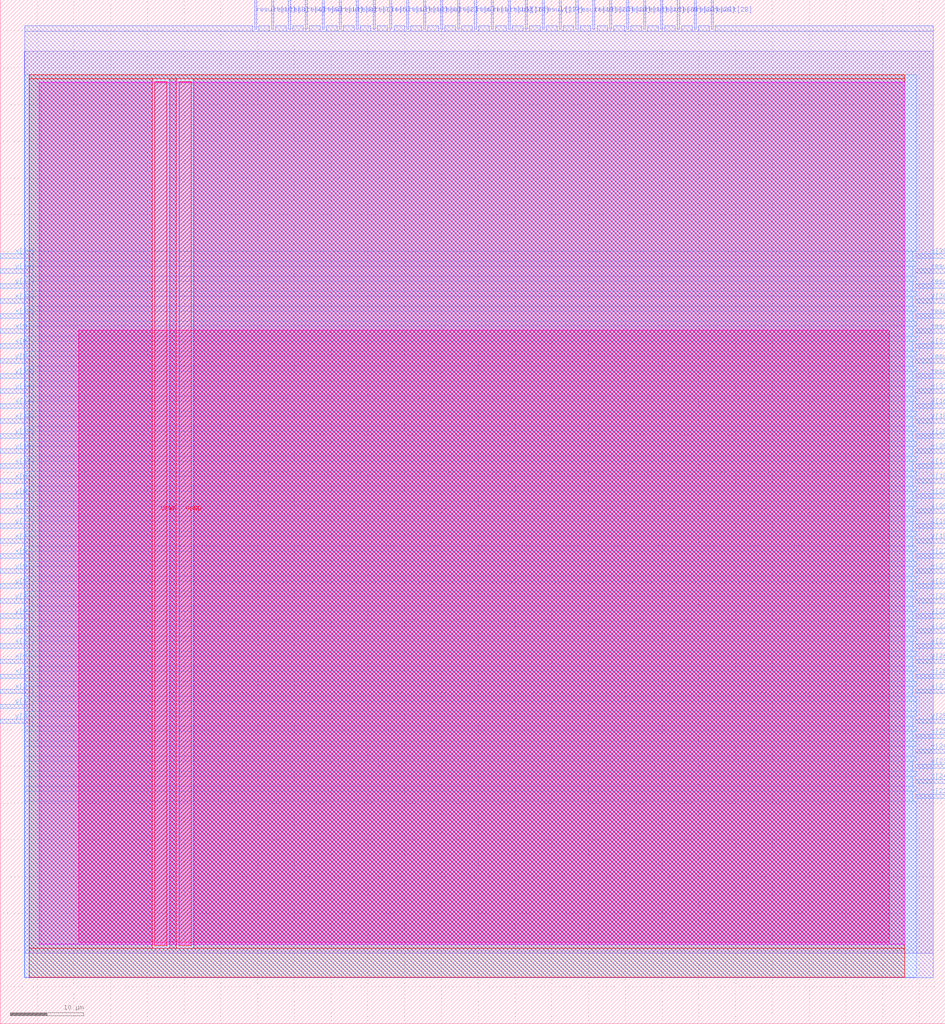
<source format=lef>
VERSION 5.7 ;
  NOWIREEXTENSIONATPIN ON ;
  DIVIDERCHAR "/" ;
  BUSBITCHARS "[]" ;
MACRO floatingPointAdder
  CLASS BLOCK ;
  FOREIGN floatingPointAdder ;
  ORIGIN 0.000 0.000 ;
  SIZE 128.505 BY 139.225 ;
  PIN VGND
    DIRECTION INOUT ;
    USE GROUND ;
    PORT
      LAYER met4 ;
        RECT 24.340 10.640 25.940 128.080 ;
    END
  END VGND
  PIN VPWR
    DIRECTION INOUT ;
    USE POWER ;
    PORT
      LAYER met4 ;
        RECT 21.040 10.640 22.640 128.080 ;
    END
  END VPWR
  PIN result[0]
    DIRECTION OUTPUT ;
    USE SIGNAL ;
    ANTENNADIFFAREA 0.340600 ;
    PORT
      LAYER met2 ;
        RECT 57.590 135.225 57.870 139.225 ;
    END
  END result[0]
  PIN result[10]
    DIRECTION OUTPUT ;
    USE SIGNAL ;
    ANTENNADIFFAREA 0.340600 ;
    PORT
      LAYER met2 ;
        RECT 34.590 135.225 34.870 139.225 ;
    END
  END result[10]
  PIN result[11]
    DIRECTION OUTPUT ;
    USE SIGNAL ;
    ANTENNADIFFAREA 0.340600 ;
    PORT
      LAYER met2 ;
        RECT 43.790 135.225 44.070 139.225 ;
    END
  END result[11]
  PIN result[12]
    DIRECTION OUTPUT ;
    USE SIGNAL ;
    ANTENNADIFFAREA 0.340600 ;
    PORT
      LAYER met2 ;
        RECT 55.290 135.225 55.570 139.225 ;
    END
  END result[12]
  PIN result[13]
    DIRECTION OUTPUT ;
    USE SIGNAL ;
    ANTENNADIFFAREA 0.340600 ;
    PORT
      LAYER met2 ;
        RECT 52.990 135.225 53.270 139.225 ;
    END
  END result[13]
  PIN result[14]
    DIRECTION OUTPUT ;
    USE SIGNAL ;
    ANTENNADIFFAREA 0.340600 ;
    PORT
      LAYER met2 ;
        RECT 69.090 135.225 69.370 139.225 ;
    END
  END result[14]
  PIN result[15]
    DIRECTION OUTPUT ;
    USE SIGNAL ;
    ANTENNADIFFAREA 0.340600 ;
    PORT
      LAYER met2 ;
        RECT 66.790 135.225 67.070 139.225 ;
    END
  END result[15]
  PIN result[16]
    DIRECTION OUTPUT ;
    USE SIGNAL ;
    ANTENNADIFFAREA 0.340600 ;
    PORT
      LAYER met2 ;
        RECT 87.490 135.225 87.770 139.225 ;
    END
  END result[16]
  PIN result[17]
    DIRECTION OUTPUT ;
    USE SIGNAL ;
    ANTENNADIFFAREA 0.340600 ;
    PORT
      LAYER met2 ;
        RECT 73.690 135.225 73.970 139.225 ;
    END
  END result[17]
  PIN result[18]
    DIRECTION OUTPUT ;
    USE SIGNAL ;
    ANTENNADIFFAREA 0.340600 ;
    PORT
      LAYER met2 ;
        RECT 85.190 135.225 85.470 139.225 ;
    END
  END result[18]
  PIN result[19]
    DIRECTION OUTPUT ;
    USE SIGNAL ;
    ANTENNADIFFAREA 0.340600 ;
    PORT
      LAYER met2 ;
        RECT 78.290 135.225 78.570 139.225 ;
    END
  END result[19]
  PIN result[1]
    DIRECTION OUTPUT ;
    USE SIGNAL ;
    ANTENNADIFFAREA 0.340600 ;
    PORT
      LAYER met2 ;
        RECT 64.490 135.225 64.770 139.225 ;
    END
  END result[1]
  PIN result[20]
    DIRECTION OUTPUT ;
    USE SIGNAL ;
    ANTENNADIFFAREA 0.340600 ;
    PORT
      LAYER met2 ;
        RECT 80.590 135.225 80.870 139.225 ;
    END
  END result[20]
  PIN result[21]
    DIRECTION OUTPUT ;
    USE SIGNAL ;
    ANTENNADIFFAREA 0.340600 ;
    PORT
      LAYER met2 ;
        RECT 82.890 135.225 83.170 139.225 ;
    END
  END result[21]
  PIN result[22]
    DIRECTION OUTPUT ;
    USE SIGNAL ;
    ANTENNADIFFAREA 0.340600 ;
    PORT
      LAYER met2 ;
        RECT 92.090 135.225 92.370 139.225 ;
    END
  END result[22]
  PIN result[23]
    DIRECTION OUTPUT ;
    USE SIGNAL ;
    ANTENNADIFFAREA 0.340600 ;
    PORT
      LAYER met3 ;
        RECT 124.505 93.880 128.505 94.480 ;
    END
  END result[23]
  PIN result[24]
    DIRECTION OUTPUT ;
    USE SIGNAL ;
    ANTENNADIFFAREA 0.340600 ;
    PORT
      LAYER met3 ;
        RECT 124.505 89.800 128.505 90.400 ;
    END
  END result[24]
  PIN result[25]
    DIRECTION OUTPUT ;
    USE SIGNAL ;
    ANTENNADIFFAREA 0.340600 ;
    PORT
      LAYER met3 ;
        RECT 124.505 102.040 128.505 102.640 ;
    END
  END result[25]
  PIN result[26]
    DIRECTION OUTPUT ;
    USE SIGNAL ;
    ANTENNADIFFAREA 0.340600 ;
    PORT
      LAYER met3 ;
        RECT 124.505 95.920 128.505 96.520 ;
    END
  END result[26]
  PIN result[27]
    DIRECTION OUTPUT ;
    USE SIGNAL ;
    ANTENNADIFFAREA 0.340600 ;
    PORT
      LAYER met3 ;
        RECT 124.505 100.000 128.505 100.600 ;
    END
  END result[27]
  PIN result[28]
    DIRECTION OUTPUT ;
    USE SIGNAL ;
    ANTENNADIFFAREA 0.340600 ;
    PORT
      LAYER met2 ;
        RECT 96.690 135.225 96.970 139.225 ;
    END
  END result[28]
  PIN result[29]
    DIRECTION OUTPUT ;
    USE SIGNAL ;
    ANTENNADIFFAREA 0.340600 ;
    PORT
      LAYER met2 ;
        RECT 94.390 135.225 94.670 139.225 ;
    END
  END result[29]
  PIN result[2]
    DIRECTION OUTPUT ;
    USE SIGNAL ;
    ANTENNADIFFAREA 0.340600 ;
    PORT
      LAYER met2 ;
        RECT 59.890 135.225 60.170 139.225 ;
    END
  END result[2]
  PIN result[30]
    DIRECTION OUTPUT ;
    USE SIGNAL ;
    ANTENNADIFFAREA 0.340600 ;
    PORT
      LAYER met2 ;
        RECT 89.790 135.225 90.070 139.225 ;
    END
  END result[30]
  PIN result[31]
    DIRECTION OUTPUT ;
    USE SIGNAL ;
    ANTENNADIFFAREA 0.340600 ;
    PORT
      LAYER met3 ;
        RECT 124.505 87.760 128.505 88.360 ;
    END
  END result[31]
  PIN result[3]
    DIRECTION OUTPUT ;
    USE SIGNAL ;
    ANTENNADIFFAREA 0.340600 ;
    PORT
      LAYER met2 ;
        RECT 36.890 135.225 37.170 139.225 ;
    END
  END result[3]
  PIN result[4]
    DIRECTION OUTPUT ;
    USE SIGNAL ;
    ANTENNADIFFAREA 0.340600 ;
    PORT
      LAYER met2 ;
        RECT 39.190 135.225 39.470 139.225 ;
    END
  END result[4]
  PIN result[5]
    DIRECTION OUTPUT ;
    USE SIGNAL ;
    ANTENNADIFFAREA 0.340600 ;
    PORT
      LAYER met2 ;
        RECT 50.690 135.225 50.970 139.225 ;
    END
  END result[5]
  PIN result[6]
    DIRECTION OUTPUT ;
    USE SIGNAL ;
    ANTENNADIFFAREA 0.340600 ;
    PORT
      LAYER met2 ;
        RECT 62.190 135.225 62.470 139.225 ;
    END
  END result[6]
  PIN result[7]
    DIRECTION OUTPUT ;
    USE SIGNAL ;
    ANTENNADIFFAREA 0.340600 ;
    PORT
      LAYER met2 ;
        RECT 48.390 135.225 48.670 139.225 ;
    END
  END result[7]
  PIN result[8]
    DIRECTION OUTPUT ;
    USE SIGNAL ;
    ANTENNADIFFAREA 0.340600 ;
    PORT
      LAYER met2 ;
        RECT 46.090 135.225 46.370 139.225 ;
    END
  END result[8]
  PIN result[9]
    DIRECTION OUTPUT ;
    USE SIGNAL ;
    ANTENNADIFFAREA 0.340600 ;
    PORT
      LAYER met2 ;
        RECT 41.490 135.225 41.770 139.225 ;
    END
  END result[9]
  PIN x[0]
    DIRECTION INPUT ;
    USE SIGNAL ;
    ANTENNAGATEAREA 0.196500 ;
    PORT
      LAYER met3 ;
        RECT 0.000 49.000 4.000 49.600 ;
    END
  END x[0]
  PIN x[10]
    DIRECTION INPUT ;
    USE SIGNAL ;
    ANTENNAGATEAREA 0.196500 ;
    PORT
      LAYER met3 ;
        RECT 0.000 104.080 4.000 104.680 ;
    END
  END x[10]
  PIN x[11]
    DIRECTION INPUT ;
    USE SIGNAL ;
    ANTENNAGATEAREA 0.213000 ;
    PORT
      LAYER met3 ;
        RECT 0.000 97.960 4.000 98.560 ;
    END
  END x[11]
  PIN x[12]
    DIRECTION INPUT ;
    USE SIGNAL ;
    ANTENNAGATEAREA 0.213000 ;
    PORT
      LAYER met3 ;
        RECT 0.000 95.920 4.000 96.520 ;
    END
  END x[12]
  PIN x[13]
    DIRECTION INPUT ;
    USE SIGNAL ;
    ANTENNAGATEAREA 0.196500 ;
    PORT
      LAYER met3 ;
        RECT 0.000 81.640 4.000 82.240 ;
    END
  END x[13]
  PIN x[14]
    DIRECTION INPUT ;
    USE SIGNAL ;
    ANTENNAGATEAREA 0.196500 ;
    PORT
      LAYER met3 ;
        RECT 0.000 83.680 4.000 84.280 ;
    END
  END x[14]
  PIN x[15]
    DIRECTION INPUT ;
    USE SIGNAL ;
    ANTENNAGATEAREA 0.213000 ;
    PORT
      LAYER met3 ;
        RECT 0.000 75.520 4.000 76.120 ;
    END
  END x[15]
  PIN x[16]
    DIRECTION INPUT ;
    USE SIGNAL ;
    ANTENNAGATEAREA 0.159000 ;
    PORT
      LAYER met2 ;
        RECT 71.390 135.225 71.670 139.225 ;
    END
  END x[16]
  PIN x[17]
    DIRECTION INPUT ;
    USE SIGNAL ;
    ANTENNAGATEAREA 0.631200 ;
    ANTENNADIFFAREA 0.434700 ;
    PORT
      LAYER met3 ;
        RECT 124.505 75.520 128.505 76.120 ;
    END
  END x[17]
  PIN x[18]
    DIRECTION INPUT ;
    USE SIGNAL ;
    ANTENNAGATEAREA 1.065900 ;
    ANTENNADIFFAREA 0.869400 ;
    PORT
      LAYER met3 ;
        RECT 124.505 73.480 128.505 74.080 ;
    END
  END x[18]
  PIN x[19]
    DIRECTION INPUT ;
    USE SIGNAL ;
    ANTENNAGATEAREA 0.593700 ;
    ANTENNADIFFAREA 0.434700 ;
    PORT
      LAYER met3 ;
        RECT 124.505 67.360 128.505 67.960 ;
    END
  END x[19]
  PIN x[1]
    DIRECTION INPUT ;
    USE SIGNAL ;
    ANTENNAGATEAREA 0.196500 ;
    PORT
      LAYER met3 ;
        RECT 0.000 46.960 4.000 47.560 ;
    END
  END x[1]
  PIN x[20]
    DIRECTION INPUT ;
    USE SIGNAL ;
    ANTENNAGATEAREA 0.196500 ;
    PORT
      LAYER met3 ;
        RECT 124.505 71.440 128.505 72.040 ;
    END
  END x[20]
  PIN x[21]
    DIRECTION INPUT ;
    USE SIGNAL ;
    ANTENNAGATEAREA 0.631200 ;
    ANTENNADIFFAREA 0.434700 ;
    PORT
      LAYER met3 ;
        RECT 124.505 44.920 128.505 45.520 ;
    END
  END x[21]
  PIN x[22]
    DIRECTION INPUT ;
    USE SIGNAL ;
    ANTENNAGATEAREA 0.631200 ;
    ANTENNADIFFAREA 0.434700 ;
    PORT
      LAYER met3 ;
        RECT 124.505 53.080 128.505 53.680 ;
    END
  END x[22]
  PIN x[23]
    DIRECTION INPUT ;
    USE SIGNAL ;
    ANTENNAGATEAREA 0.213000 ;
    PORT
      LAYER met3 ;
        RECT 124.505 30.640 128.505 31.240 ;
    END
  END x[23]
  PIN x[24]
    DIRECTION INPUT ;
    USE SIGNAL ;
    ANTENNAGATEAREA 0.159000 ;
    PORT
      LAYER met3 ;
        RECT 124.505 32.680 128.505 33.280 ;
    END
  END x[24]
  PIN x[25]
    DIRECTION INPUT ;
    USE SIGNAL ;
    ANTENNAGATEAREA 0.213000 ;
    PORT
      LAYER met3 ;
        RECT 124.505 38.800 128.505 39.400 ;
    END
  END x[25]
  PIN x[26]
    DIRECTION INPUT ;
    USE SIGNAL ;
    ANTENNAGATEAREA 0.159000 ;
    PORT
      LAYER met3 ;
        RECT 124.505 46.960 128.505 47.560 ;
    END
  END x[26]
  PIN x[27]
    DIRECTION INPUT ;
    USE SIGNAL ;
    ANTENNAGATEAREA 0.159000 ;
    PORT
      LAYER met3 ;
        RECT 124.505 63.280 128.505 63.880 ;
    END
  END x[27]
  PIN x[28]
    DIRECTION INPUT ;
    USE SIGNAL ;
    ANTENNAGATEAREA 0.213000 ;
    PORT
      LAYER met3 ;
        RECT 124.505 69.400 128.505 70.000 ;
    END
  END x[28]
  PIN x[29]
    DIRECTION INPUT ;
    USE SIGNAL ;
    ANTENNAGATEAREA 0.426000 ;
    PORT
      LAYER met3 ;
        RECT 124.505 57.160 128.505 57.760 ;
    END
  END x[29]
  PIN x[2]
    DIRECTION INPUT ;
    USE SIGNAL ;
    ANTENNAGATEAREA 0.126000 ;
    PORT
      LAYER met3 ;
        RECT 0.000 44.920 4.000 45.520 ;
    END
  END x[2]
  PIN x[30]
    DIRECTION INPUT ;
    USE SIGNAL ;
    ANTENNAGATEAREA 0.213000 ;
    PORT
      LAYER met3 ;
        RECT 124.505 104.080 128.505 104.680 ;
    END
  END x[30]
  PIN x[31]
    DIRECTION INPUT ;
    USE SIGNAL ;
    ANTENNAGATEAREA 0.213000 ;
    PORT
      LAYER met3 ;
        RECT 124.505 91.840 128.505 92.440 ;
    END
  END x[31]
  PIN x[3]
    DIRECTION INPUT ;
    USE SIGNAL ;
    ANTENNAGATEAREA 0.196500 ;
    PORT
      LAYER met3 ;
        RECT 0.000 51.040 4.000 51.640 ;
    END
  END x[3]
  PIN x[4]
    DIRECTION INPUT ;
    USE SIGNAL ;
    ANTENNAGATEAREA 0.126000 ;
    PORT
      LAYER met3 ;
        RECT 0.000 65.320 4.000 65.920 ;
    END
  END x[4]
  PIN x[5]
    DIRECTION INPUT ;
    USE SIGNAL ;
    ANTENNAGATEAREA 0.213000 ;
    PORT
      LAYER met3 ;
        RECT 0.000 63.280 4.000 63.880 ;
    END
  END x[5]
  PIN x[6]
    DIRECTION INPUT ;
    USE SIGNAL ;
    ANTENNAGATEAREA 0.213000 ;
    PORT
      LAYER met3 ;
        RECT 0.000 73.480 4.000 74.080 ;
    END
  END x[6]
  PIN x[7]
    DIRECTION INPUT ;
    USE SIGNAL ;
    ANTENNAGATEAREA 0.196500 ;
    PORT
      LAYER met3 ;
        RECT 0.000 69.400 4.000 70.000 ;
    END
  END x[7]
  PIN x[8]
    DIRECTION INPUT ;
    USE SIGNAL ;
    ANTENNAGATEAREA 0.196500 ;
    PORT
      LAYER met3 ;
        RECT 0.000 91.840 4.000 92.440 ;
    END
  END x[8]
  PIN x[9]
    DIRECTION INPUT ;
    USE SIGNAL ;
    ANTENNAGATEAREA 0.196500 ;
    PORT
      LAYER met3 ;
        RECT 0.000 93.880 4.000 94.480 ;
    END
  END x[9]
  PIN y[0]
    DIRECTION INPUT ;
    USE SIGNAL ;
    ANTENNAGATEAREA 0.126000 ;
    PORT
      LAYER met3 ;
        RECT 0.000 55.120 4.000 55.720 ;
    END
  END y[0]
  PIN y[10]
    DIRECTION INPUT ;
    USE SIGNAL ;
    ANTENNAGATEAREA 0.126000 ;
    PORT
      LAYER met3 ;
        RECT 0.000 102.040 4.000 102.640 ;
    END
  END y[10]
  PIN y[11]
    DIRECTION INPUT ;
    USE SIGNAL ;
    ANTENNAGATEAREA 0.126000 ;
    PORT
      LAYER met3 ;
        RECT 0.000 100.000 4.000 100.600 ;
    END
  END y[11]
  PIN y[12]
    DIRECTION INPUT ;
    USE SIGNAL ;
    ANTENNAGATEAREA 0.213000 ;
    PORT
      LAYER met3 ;
        RECT 0.000 79.600 4.000 80.200 ;
    END
  END y[12]
  PIN y[13]
    DIRECTION INPUT ;
    USE SIGNAL ;
    ANTENNAGATEAREA 0.126000 ;
    PORT
      LAYER met3 ;
        RECT 0.000 87.760 4.000 88.360 ;
    END
  END y[13]
  PIN y[14]
    DIRECTION INPUT ;
    USE SIGNAL ;
    ANTENNAGATEAREA 0.196500 ;
    PORT
      LAYER met3 ;
        RECT 0.000 85.720 4.000 86.320 ;
    END
  END y[14]
  PIN y[15]
    DIRECTION INPUT ;
    USE SIGNAL ;
    ANTENNAGATEAREA 0.213000 ;
    PORT
      LAYER met3 ;
        RECT 0.000 77.560 4.000 78.160 ;
    END
  END y[15]
  PIN y[16]
    DIRECTION INPUT ;
    USE SIGNAL ;
    ANTENNAGATEAREA 0.213000 ;
    PORT
      LAYER met3 ;
        RECT 124.505 83.680 128.505 84.280 ;
    END
  END y[16]
  PIN y[17]
    DIRECTION INPUT ;
    USE SIGNAL ;
    ANTENNAGATEAREA 0.159000 ;
    PORT
      LAYER met2 ;
        RECT 75.990 135.225 76.270 139.225 ;
    END
  END y[17]
  PIN y[18]
    DIRECTION INPUT ;
    USE SIGNAL ;
    ANTENNAGATEAREA 0.159000 ;
    PORT
      LAYER met3 ;
        RECT 124.505 81.640 128.505 82.240 ;
    END
  END y[18]
  PIN y[19]
    DIRECTION INPUT ;
    USE SIGNAL ;
    ANTENNAGATEAREA 0.213000 ;
    PORT
      LAYER met3 ;
        RECT 124.505 65.320 128.505 65.920 ;
    END
  END y[19]
  PIN y[1]
    DIRECTION INPUT ;
    USE SIGNAL ;
    ANTENNAGATEAREA 0.213000 ;
    PORT
      LAYER met3 ;
        RECT 0.000 42.880 4.000 43.480 ;
    END
  END y[1]
  PIN y[20]
    DIRECTION INPUT ;
    USE SIGNAL ;
    ANTENNAGATEAREA 0.213000 ;
    PORT
      LAYER met3 ;
        RECT 124.505 79.600 128.505 80.200 ;
    END
  END y[20]
  PIN y[21]
    DIRECTION INPUT ;
    USE SIGNAL ;
    ANTENNAGATEAREA 0.159000 ;
    PORT
      LAYER met3 ;
        RECT 124.505 51.040 128.505 51.640 ;
    END
  END y[21]
  PIN y[22]
    DIRECTION INPUT ;
    USE SIGNAL ;
    ANTENNAGATEAREA 0.213000 ;
    PORT
      LAYER met3 ;
        RECT 124.505 59.200 128.505 59.800 ;
    END
  END y[22]
  PIN y[23]
    DIRECTION INPUT ;
    USE SIGNAL ;
    ANTENNAGATEAREA 0.213000 ;
    PORT
      LAYER met3 ;
        RECT 124.505 34.720 128.505 35.320 ;
    END
  END y[23]
  PIN y[24]
    DIRECTION INPUT ;
    USE SIGNAL ;
    ANTENNAGATEAREA 0.213000 ;
    PORT
      LAYER met3 ;
        RECT 124.505 36.760 128.505 37.360 ;
    END
  END y[24]
  PIN y[25]
    DIRECTION INPUT ;
    USE SIGNAL ;
    ANTENNAGATEAREA 0.247500 ;
    PORT
      LAYER met3 ;
        RECT 124.505 40.840 128.505 41.440 ;
    END
  END y[25]
  PIN y[26]
    DIRECTION INPUT ;
    USE SIGNAL ;
    ANTENNAGATEAREA 0.213000 ;
    PORT
      LAYER met3 ;
        RECT 124.505 49.000 128.505 49.600 ;
    END
  END y[26]
  PIN y[27]
    DIRECTION INPUT ;
    USE SIGNAL ;
    ANTENNAGATEAREA 0.213000 ;
    PORT
      LAYER met3 ;
        RECT 124.505 61.240 128.505 61.840 ;
    END
  END y[27]
  PIN y[28]
    DIRECTION INPUT ;
    USE SIGNAL ;
    ANTENNAGATEAREA 0.213000 ;
    PORT
      LAYER met3 ;
        RECT 124.505 77.560 128.505 78.160 ;
    END
  END y[28]
  PIN y[29]
    DIRECTION INPUT ;
    USE SIGNAL ;
    ANTENNAGATEAREA 0.213000 ;
    PORT
      LAYER met3 ;
        RECT 124.505 55.120 128.505 55.720 ;
    END
  END y[29]
  PIN y[2]
    DIRECTION INPUT ;
    USE SIGNAL ;
    ANTENNAGATEAREA 0.213000 ;
    PORT
      LAYER met3 ;
        RECT 0.000 53.080 4.000 53.680 ;
    END
  END y[2]
  PIN y[30]
    DIRECTION INPUT ;
    USE SIGNAL ;
    ANTENNAGATEAREA 0.213000 ;
    PORT
      LAYER met3 ;
        RECT 124.505 97.960 128.505 98.560 ;
    END
  END y[30]
  PIN y[31]
    DIRECTION INPUT ;
    USE SIGNAL ;
    ANTENNAGATEAREA 0.213000 ;
    PORT
      LAYER met3 ;
        RECT 124.505 85.720 128.505 86.320 ;
    END
  END y[31]
  PIN y[3]
    DIRECTION INPUT ;
    USE SIGNAL ;
    ANTENNAGATEAREA 0.196500 ;
    PORT
      LAYER met3 ;
        RECT 0.000 40.840 4.000 41.440 ;
    END
  END y[3]
  PIN y[4]
    DIRECTION INPUT ;
    USE SIGNAL ;
    ANTENNAGATEAREA 0.213000 ;
    PORT
      LAYER met3 ;
        RECT 0.000 57.160 4.000 57.760 ;
    END
  END y[4]
  PIN y[5]
    DIRECTION INPUT ;
    USE SIGNAL ;
    ANTENNAGATEAREA 0.126000 ;
    PORT
      LAYER met3 ;
        RECT 0.000 59.200 4.000 59.800 ;
    END
  END y[5]
  PIN y[6]
    DIRECTION INPUT ;
    USE SIGNAL ;
    ANTENNAGATEAREA 0.196500 ;
    PORT
      LAYER met3 ;
        RECT 0.000 71.440 4.000 72.040 ;
    END
  END y[6]
  PIN y[7]
    DIRECTION INPUT ;
    USE SIGNAL ;
    ANTENNAGATEAREA 0.213000 ;
    PORT
      LAYER met3 ;
        RECT 0.000 67.360 4.000 67.960 ;
    END
  END y[7]
  PIN y[8]
    DIRECTION INPUT ;
    USE SIGNAL ;
    ANTENNAGATEAREA 0.126000 ;
    PORT
      LAYER met3 ;
        RECT 0.000 89.800 4.000 90.400 ;
    END
  END y[8]
  PIN y[9]
    DIRECTION INPUT ;
    USE SIGNAL ;
    ANTENNAGATEAREA 0.213000 ;
    PORT
      LAYER met3 ;
        RECT 0.000 61.240 4.000 61.840 ;
    END
  END y[9]
  OBS
      LAYER nwell ;
        RECT 5.330 10.795 123.010 128.030 ;
      LAYER li1 ;
        RECT 5.520 10.795 122.820 127.925 ;
      LAYER met1 ;
        RECT 3.290 9.560 126.890 132.220 ;
      LAYER met2 ;
        RECT 3.310 134.945 34.310 135.730 ;
        RECT 35.150 134.945 36.610 135.730 ;
        RECT 37.450 134.945 38.910 135.730 ;
        RECT 39.750 134.945 41.210 135.730 ;
        RECT 42.050 134.945 43.510 135.730 ;
        RECT 44.350 134.945 45.810 135.730 ;
        RECT 46.650 134.945 48.110 135.730 ;
        RECT 48.950 134.945 50.410 135.730 ;
        RECT 51.250 134.945 52.710 135.730 ;
        RECT 53.550 134.945 55.010 135.730 ;
        RECT 55.850 134.945 57.310 135.730 ;
        RECT 58.150 134.945 59.610 135.730 ;
        RECT 60.450 134.945 61.910 135.730 ;
        RECT 62.750 134.945 64.210 135.730 ;
        RECT 65.050 134.945 66.510 135.730 ;
        RECT 67.350 134.945 68.810 135.730 ;
        RECT 69.650 134.945 71.110 135.730 ;
        RECT 71.950 134.945 73.410 135.730 ;
        RECT 74.250 134.945 75.710 135.730 ;
        RECT 76.550 134.945 78.010 135.730 ;
        RECT 78.850 134.945 80.310 135.730 ;
        RECT 81.150 134.945 82.610 135.730 ;
        RECT 83.450 134.945 84.910 135.730 ;
        RECT 85.750 134.945 87.210 135.730 ;
        RECT 88.050 134.945 89.510 135.730 ;
        RECT 90.350 134.945 91.810 135.730 ;
        RECT 92.650 134.945 94.110 135.730 ;
        RECT 94.950 134.945 96.410 135.730 ;
        RECT 97.250 134.945 126.860 135.730 ;
        RECT 3.310 6.275 126.860 134.945 ;
      LAYER met3 ;
        RECT 3.285 105.080 124.595 129.025 ;
        RECT 4.400 103.680 124.105 105.080 ;
        RECT 3.285 103.040 124.595 103.680 ;
        RECT 4.400 101.640 124.105 103.040 ;
        RECT 3.285 101.000 124.595 101.640 ;
        RECT 4.400 99.600 124.105 101.000 ;
        RECT 3.285 98.960 124.595 99.600 ;
        RECT 4.400 97.560 124.105 98.960 ;
        RECT 3.285 96.920 124.595 97.560 ;
        RECT 4.400 95.520 124.105 96.920 ;
        RECT 3.285 94.880 124.595 95.520 ;
        RECT 4.400 93.480 124.105 94.880 ;
        RECT 3.285 92.840 124.595 93.480 ;
        RECT 4.400 91.440 124.105 92.840 ;
        RECT 3.285 90.800 124.595 91.440 ;
        RECT 4.400 89.400 124.105 90.800 ;
        RECT 3.285 88.760 124.595 89.400 ;
        RECT 4.400 87.360 124.105 88.760 ;
        RECT 3.285 86.720 124.595 87.360 ;
        RECT 4.400 85.320 124.105 86.720 ;
        RECT 3.285 84.680 124.595 85.320 ;
        RECT 4.400 83.280 124.105 84.680 ;
        RECT 3.285 82.640 124.595 83.280 ;
        RECT 4.400 81.240 124.105 82.640 ;
        RECT 3.285 80.600 124.595 81.240 ;
        RECT 4.400 79.200 124.105 80.600 ;
        RECT 3.285 78.560 124.595 79.200 ;
        RECT 4.400 77.160 124.105 78.560 ;
        RECT 3.285 76.520 124.595 77.160 ;
        RECT 4.400 75.120 124.105 76.520 ;
        RECT 3.285 74.480 124.595 75.120 ;
        RECT 4.400 73.080 124.105 74.480 ;
        RECT 3.285 72.440 124.595 73.080 ;
        RECT 4.400 71.040 124.105 72.440 ;
        RECT 3.285 70.400 124.595 71.040 ;
        RECT 4.400 69.000 124.105 70.400 ;
        RECT 3.285 68.360 124.595 69.000 ;
        RECT 4.400 66.960 124.105 68.360 ;
        RECT 3.285 66.320 124.595 66.960 ;
        RECT 4.400 64.920 124.105 66.320 ;
        RECT 3.285 64.280 124.595 64.920 ;
        RECT 4.400 62.880 124.105 64.280 ;
        RECT 3.285 62.240 124.595 62.880 ;
        RECT 4.400 60.840 124.105 62.240 ;
        RECT 3.285 60.200 124.595 60.840 ;
        RECT 4.400 58.800 124.105 60.200 ;
        RECT 3.285 58.160 124.595 58.800 ;
        RECT 4.400 56.760 124.105 58.160 ;
        RECT 3.285 56.120 124.595 56.760 ;
        RECT 4.400 54.720 124.105 56.120 ;
        RECT 3.285 54.080 124.595 54.720 ;
        RECT 4.400 52.680 124.105 54.080 ;
        RECT 3.285 52.040 124.595 52.680 ;
        RECT 4.400 50.640 124.105 52.040 ;
        RECT 3.285 50.000 124.595 50.640 ;
        RECT 4.400 48.600 124.105 50.000 ;
        RECT 3.285 47.960 124.595 48.600 ;
        RECT 4.400 46.560 124.105 47.960 ;
        RECT 3.285 45.920 124.595 46.560 ;
        RECT 4.400 44.520 124.105 45.920 ;
        RECT 3.285 43.880 124.595 44.520 ;
        RECT 4.400 42.480 124.595 43.880 ;
        RECT 3.285 41.840 124.595 42.480 ;
        RECT 4.400 40.440 124.105 41.840 ;
        RECT 3.285 39.800 124.595 40.440 ;
        RECT 3.285 38.400 124.105 39.800 ;
        RECT 3.285 37.760 124.595 38.400 ;
        RECT 3.285 36.360 124.105 37.760 ;
        RECT 3.285 35.720 124.595 36.360 ;
        RECT 3.285 34.320 124.105 35.720 ;
        RECT 3.285 33.680 124.595 34.320 ;
        RECT 3.285 32.280 124.105 33.680 ;
        RECT 3.285 31.640 124.595 32.280 ;
        RECT 3.285 30.240 124.105 31.640 ;
        RECT 3.285 6.295 124.595 30.240 ;
      LAYER met4 ;
        RECT 3.975 128.480 122.985 129.025 ;
        RECT 3.975 10.240 20.640 128.480 ;
        RECT 23.040 10.240 23.940 128.480 ;
        RECT 26.340 10.240 122.985 128.480 ;
        RECT 3.975 6.295 122.985 10.240 ;
      LAYER met5 ;
        RECT 10.700 11.100 120.860 94.300 ;
  END
END floatingPointAdder
END LIBRARY


</source>
